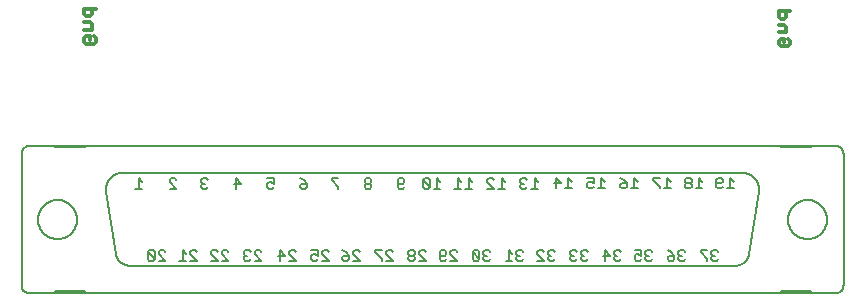
<source format=gbo>
G75*
%MOIN*%
%OFA0B0*%
%FSLAX25Y25*%
%IPPOS*%
%LPD*%
%AMOC8*
5,1,8,0,0,1.08239X$1,22.5*
%
%ADD10C,0.01200*%
%ADD11C,0.00600*%
%ADD12C,0.00500*%
D10*
X0050135Y0152458D02*
X0049502Y0153092D01*
X0049502Y0154360D01*
X0050135Y0154993D01*
X0051403Y0154993D01*
X0051403Y0153726D01*
X0052671Y0154993D02*
X0053305Y0154360D01*
X0053305Y0153092D01*
X0052671Y0152458D01*
X0050135Y0152458D01*
X0049502Y0157062D02*
X0052037Y0157062D01*
X0052037Y0158963D01*
X0051403Y0159597D01*
X0049502Y0159597D01*
X0050135Y0161666D02*
X0051403Y0161666D01*
X0052037Y0162300D01*
X0052037Y0164201D01*
X0053305Y0164201D02*
X0049502Y0164201D01*
X0049502Y0162300D01*
X0050135Y0161666D01*
X0280998Y0161512D02*
X0281632Y0160878D01*
X0282899Y0160878D01*
X0283533Y0161512D01*
X0283533Y0163414D01*
X0284801Y0163414D02*
X0280998Y0163414D01*
X0280998Y0161512D01*
X0280998Y0158810D02*
X0282899Y0158810D01*
X0283533Y0158176D01*
X0283533Y0156274D01*
X0280998Y0156274D01*
X0281632Y0154206D02*
X0282899Y0154206D01*
X0282899Y0152938D01*
X0281632Y0151670D02*
X0280998Y0152304D01*
X0280998Y0153572D01*
X0281632Y0154206D01*
X0284167Y0154206D02*
X0284801Y0153572D01*
X0284801Y0152304D01*
X0284167Y0151670D01*
X0281632Y0151670D01*
D11*
X0039588Y0069449D02*
X0031088Y0069449D01*
X0030990Y0069451D01*
X0030892Y0069457D01*
X0030794Y0069466D01*
X0030697Y0069480D01*
X0030600Y0069497D01*
X0030504Y0069518D01*
X0030409Y0069543D01*
X0030315Y0069571D01*
X0030223Y0069604D01*
X0030131Y0069639D01*
X0030041Y0069679D01*
X0029953Y0069721D01*
X0029866Y0069768D01*
X0029782Y0069817D01*
X0029699Y0069870D01*
X0029619Y0069926D01*
X0029540Y0069986D01*
X0029464Y0070048D01*
X0029391Y0070113D01*
X0029320Y0070181D01*
X0029252Y0070252D01*
X0029187Y0070325D01*
X0029125Y0070401D01*
X0029065Y0070480D01*
X0029009Y0070560D01*
X0028956Y0070643D01*
X0028907Y0070727D01*
X0028860Y0070814D01*
X0028818Y0070902D01*
X0028778Y0070992D01*
X0028743Y0071084D01*
X0028710Y0071176D01*
X0028682Y0071270D01*
X0028657Y0071365D01*
X0028636Y0071461D01*
X0028619Y0071558D01*
X0028605Y0071655D01*
X0028596Y0071753D01*
X0028590Y0071851D01*
X0028588Y0071949D01*
X0028588Y0115949D01*
X0028590Y0116047D01*
X0028596Y0116145D01*
X0028605Y0116243D01*
X0028619Y0116340D01*
X0028636Y0116437D01*
X0028657Y0116533D01*
X0028682Y0116628D01*
X0028710Y0116722D01*
X0028743Y0116814D01*
X0028778Y0116906D01*
X0028818Y0116996D01*
X0028860Y0117084D01*
X0028907Y0117171D01*
X0028956Y0117255D01*
X0029009Y0117338D01*
X0029065Y0117418D01*
X0029125Y0117497D01*
X0029187Y0117573D01*
X0029252Y0117646D01*
X0029320Y0117717D01*
X0029391Y0117785D01*
X0029464Y0117850D01*
X0029540Y0117912D01*
X0029619Y0117972D01*
X0029699Y0118028D01*
X0029782Y0118081D01*
X0029866Y0118130D01*
X0029953Y0118177D01*
X0030041Y0118219D01*
X0030131Y0118259D01*
X0030223Y0118294D01*
X0030315Y0118327D01*
X0030409Y0118355D01*
X0030504Y0118380D01*
X0030600Y0118401D01*
X0030697Y0118418D01*
X0030794Y0118432D01*
X0030892Y0118441D01*
X0030990Y0118447D01*
X0031088Y0118449D01*
X0039588Y0118449D01*
X0049588Y0118449D01*
X0281588Y0118449D01*
X0291588Y0118449D01*
X0300088Y0118449D01*
X0300186Y0118447D01*
X0300284Y0118441D01*
X0300382Y0118432D01*
X0300479Y0118418D01*
X0300576Y0118401D01*
X0300672Y0118380D01*
X0300767Y0118355D01*
X0300861Y0118327D01*
X0300953Y0118294D01*
X0301045Y0118259D01*
X0301135Y0118219D01*
X0301223Y0118177D01*
X0301310Y0118130D01*
X0301394Y0118081D01*
X0301477Y0118028D01*
X0301557Y0117972D01*
X0301636Y0117912D01*
X0301712Y0117850D01*
X0301785Y0117785D01*
X0301856Y0117717D01*
X0301924Y0117646D01*
X0301989Y0117573D01*
X0302051Y0117497D01*
X0302111Y0117418D01*
X0302167Y0117338D01*
X0302220Y0117255D01*
X0302269Y0117171D01*
X0302316Y0117084D01*
X0302358Y0116996D01*
X0302398Y0116906D01*
X0302433Y0116814D01*
X0302466Y0116722D01*
X0302494Y0116628D01*
X0302519Y0116533D01*
X0302540Y0116437D01*
X0302557Y0116340D01*
X0302571Y0116243D01*
X0302580Y0116145D01*
X0302586Y0116047D01*
X0302588Y0115949D01*
X0302588Y0071949D01*
X0302586Y0071851D01*
X0302580Y0071753D01*
X0302571Y0071655D01*
X0302557Y0071558D01*
X0302540Y0071461D01*
X0302519Y0071365D01*
X0302494Y0071270D01*
X0302466Y0071176D01*
X0302433Y0071084D01*
X0302398Y0070992D01*
X0302358Y0070902D01*
X0302316Y0070814D01*
X0302269Y0070727D01*
X0302220Y0070643D01*
X0302167Y0070560D01*
X0302111Y0070480D01*
X0302051Y0070401D01*
X0301989Y0070325D01*
X0301924Y0070252D01*
X0301856Y0070181D01*
X0301785Y0070113D01*
X0301712Y0070048D01*
X0301636Y0069986D01*
X0301557Y0069926D01*
X0301477Y0069870D01*
X0301394Y0069817D01*
X0301310Y0069768D01*
X0301223Y0069721D01*
X0301135Y0069679D01*
X0301045Y0069639D01*
X0300953Y0069604D01*
X0300861Y0069571D01*
X0300767Y0069543D01*
X0300672Y0069518D01*
X0300576Y0069497D01*
X0300479Y0069480D01*
X0300382Y0069466D01*
X0300284Y0069457D01*
X0300186Y0069451D01*
X0300088Y0069449D01*
X0291588Y0069449D01*
X0281588Y0069449D01*
X0049588Y0069449D01*
X0039588Y0069449D01*
X0039588Y0069949D01*
X0049588Y0069949D01*
X0049588Y0069449D01*
X0065088Y0078449D02*
X0266088Y0078449D01*
X0266233Y0078451D01*
X0266379Y0078457D01*
X0266524Y0078467D01*
X0266668Y0078481D01*
X0266813Y0078499D01*
X0266956Y0078521D01*
X0267099Y0078546D01*
X0267242Y0078576D01*
X0267383Y0078610D01*
X0267523Y0078647D01*
X0267663Y0078688D01*
X0267801Y0078733D01*
X0267938Y0078782D01*
X0268073Y0078835D01*
X0268207Y0078891D01*
X0268340Y0078951D01*
X0268471Y0079015D01*
X0268599Y0079082D01*
X0268727Y0079152D01*
X0268852Y0079227D01*
X0268975Y0079304D01*
X0269095Y0079385D01*
X0269214Y0079469D01*
X0269330Y0079556D01*
X0269444Y0079647D01*
X0269555Y0079740D01*
X0269664Y0079837D01*
X0269770Y0079936D01*
X0269873Y0080039D01*
X0269973Y0080144D01*
X0270071Y0080252D01*
X0270165Y0080362D01*
X0270256Y0080476D01*
X0270344Y0080591D01*
X0270429Y0080709D01*
X0270511Y0080829D01*
X0270590Y0080952D01*
X0270665Y0081076D01*
X0270736Y0081203D01*
X0270804Y0081331D01*
X0270869Y0081461D01*
X0270930Y0081593D01*
X0270987Y0081727D01*
X0271041Y0081862D01*
X0271091Y0081998D01*
X0271137Y0082136D01*
X0271179Y0082275D01*
X0271218Y0082416D01*
X0271188Y0082349D02*
X0274288Y0103149D01*
X0274285Y0103110D02*
X0274311Y0103252D01*
X0274334Y0103394D01*
X0274353Y0103537D01*
X0274367Y0103680D01*
X0274378Y0103824D01*
X0274385Y0103968D01*
X0274388Y0104112D01*
X0274387Y0104256D01*
X0274382Y0104400D01*
X0274373Y0104544D01*
X0274361Y0104688D01*
X0274344Y0104831D01*
X0274323Y0104974D01*
X0274299Y0105116D01*
X0274271Y0105257D01*
X0274239Y0105398D01*
X0274203Y0105538D01*
X0274163Y0105676D01*
X0274120Y0105814D01*
X0274073Y0105950D01*
X0274022Y0106085D01*
X0273967Y0106218D01*
X0273909Y0106350D01*
X0273848Y0106481D01*
X0273782Y0106609D01*
X0273714Y0106736D01*
X0273642Y0106861D01*
X0273566Y0106984D01*
X0273488Y0107104D01*
X0273406Y0107223D01*
X0273320Y0107339D01*
X0273232Y0107453D01*
X0273141Y0107565D01*
X0273046Y0107674D01*
X0272949Y0107780D01*
X0272849Y0107884D01*
X0272746Y0107985D01*
X0272640Y0108083D01*
X0272532Y0108178D01*
X0272421Y0108270D01*
X0272308Y0108359D01*
X0272192Y0108445D01*
X0272074Y0108528D01*
X0271954Y0108607D01*
X0271831Y0108684D01*
X0271707Y0108757D01*
X0271581Y0108826D01*
X0271453Y0108892D01*
X0271323Y0108955D01*
X0271191Y0109014D01*
X0271058Y0109069D01*
X0270923Y0109121D01*
X0270788Y0109169D01*
X0270650Y0109213D01*
X0270512Y0109254D01*
X0270373Y0109291D01*
X0270232Y0109324D01*
X0270091Y0109353D01*
X0269949Y0109379D01*
X0269807Y0109400D01*
X0269664Y0109418D01*
X0269520Y0109431D01*
X0269376Y0109441D01*
X0269232Y0109447D01*
X0269088Y0109449D01*
X0062088Y0109449D01*
X0061945Y0109447D01*
X0061801Y0109441D01*
X0061658Y0109432D01*
X0061516Y0109418D01*
X0061373Y0109401D01*
X0061231Y0109379D01*
X0061090Y0109354D01*
X0060950Y0109325D01*
X0060810Y0109293D01*
X0060671Y0109256D01*
X0060534Y0109216D01*
X0060397Y0109172D01*
X0060262Y0109125D01*
X0060128Y0109073D01*
X0059995Y0109019D01*
X0059865Y0108960D01*
X0059735Y0108898D01*
X0059608Y0108833D01*
X0059482Y0108764D01*
X0059358Y0108692D01*
X0059236Y0108616D01*
X0059116Y0108538D01*
X0058998Y0108456D01*
X0058883Y0108370D01*
X0058770Y0108282D01*
X0058659Y0108191D01*
X0058551Y0108097D01*
X0058446Y0108000D01*
X0058343Y0107900D01*
X0058243Y0107797D01*
X0058146Y0107692D01*
X0058051Y0107584D01*
X0057960Y0107473D01*
X0057871Y0107360D01*
X0057786Y0107245D01*
X0057704Y0107128D01*
X0057625Y0107008D01*
X0057549Y0106886D01*
X0057477Y0106762D01*
X0057408Y0106637D01*
X0057342Y0106509D01*
X0057280Y0106380D01*
X0057221Y0106249D01*
X0057166Y0106117D01*
X0057115Y0105983D01*
X0057067Y0105848D01*
X0057023Y0105711D01*
X0056982Y0105574D01*
X0056946Y0105435D01*
X0056913Y0105295D01*
X0056884Y0105155D01*
X0056858Y0105014D01*
X0056837Y0104872D01*
X0056819Y0104730D01*
X0056805Y0104587D01*
X0056795Y0104444D01*
X0056789Y0104301D01*
X0056787Y0104157D01*
X0056789Y0104014D01*
X0056794Y0103871D01*
X0056804Y0103728D01*
X0056817Y0103585D01*
X0056834Y0103442D01*
X0056855Y0103301D01*
X0056880Y0103159D01*
X0056909Y0103019D01*
X0056888Y0103049D02*
X0059988Y0082449D01*
X0059935Y0082512D02*
X0059971Y0082372D01*
X0060010Y0082233D01*
X0060054Y0082095D01*
X0060100Y0081959D01*
X0060151Y0081824D01*
X0060205Y0081690D01*
X0060263Y0081558D01*
X0060325Y0081427D01*
X0060390Y0081298D01*
X0060458Y0081171D01*
X0060530Y0081046D01*
X0060606Y0080922D01*
X0060684Y0080801D01*
X0060766Y0080682D01*
X0060851Y0080566D01*
X0060940Y0080452D01*
X0061031Y0080340D01*
X0061125Y0080231D01*
X0061223Y0080124D01*
X0061323Y0080020D01*
X0061426Y0079919D01*
X0061532Y0079820D01*
X0061640Y0079725D01*
X0061751Y0079632D01*
X0061864Y0079543D01*
X0061980Y0079457D01*
X0062098Y0079374D01*
X0062218Y0079294D01*
X0062341Y0079217D01*
X0062465Y0079144D01*
X0062592Y0079074D01*
X0062720Y0079008D01*
X0062850Y0078945D01*
X0062982Y0078886D01*
X0063115Y0078830D01*
X0063250Y0078778D01*
X0063386Y0078730D01*
X0063523Y0078686D01*
X0063662Y0078645D01*
X0063801Y0078608D01*
X0063942Y0078575D01*
X0064083Y0078545D01*
X0064225Y0078520D01*
X0064368Y0078498D01*
X0064511Y0078481D01*
X0064655Y0078467D01*
X0064799Y0078457D01*
X0064943Y0078451D01*
X0065088Y0078449D01*
X0034088Y0093949D02*
X0034090Y0094110D01*
X0034096Y0094270D01*
X0034106Y0094431D01*
X0034120Y0094591D01*
X0034138Y0094751D01*
X0034159Y0094910D01*
X0034185Y0095069D01*
X0034215Y0095227D01*
X0034248Y0095384D01*
X0034286Y0095541D01*
X0034327Y0095696D01*
X0034372Y0095850D01*
X0034421Y0096003D01*
X0034474Y0096155D01*
X0034530Y0096306D01*
X0034591Y0096455D01*
X0034654Y0096603D01*
X0034722Y0096749D01*
X0034793Y0096893D01*
X0034867Y0097035D01*
X0034945Y0097176D01*
X0035027Y0097314D01*
X0035112Y0097451D01*
X0035200Y0097585D01*
X0035292Y0097717D01*
X0035387Y0097847D01*
X0035485Y0097975D01*
X0035586Y0098100D01*
X0035690Y0098222D01*
X0035797Y0098342D01*
X0035907Y0098459D01*
X0036020Y0098574D01*
X0036136Y0098685D01*
X0036255Y0098794D01*
X0036376Y0098899D01*
X0036500Y0099002D01*
X0036626Y0099102D01*
X0036754Y0099198D01*
X0036885Y0099291D01*
X0037019Y0099381D01*
X0037154Y0099468D01*
X0037292Y0099551D01*
X0037431Y0099631D01*
X0037573Y0099707D01*
X0037716Y0099780D01*
X0037861Y0099849D01*
X0038008Y0099915D01*
X0038156Y0099977D01*
X0038306Y0100035D01*
X0038457Y0100090D01*
X0038610Y0100141D01*
X0038764Y0100188D01*
X0038919Y0100231D01*
X0039075Y0100270D01*
X0039231Y0100306D01*
X0039389Y0100337D01*
X0039547Y0100365D01*
X0039706Y0100389D01*
X0039866Y0100409D01*
X0040026Y0100425D01*
X0040186Y0100437D01*
X0040347Y0100445D01*
X0040508Y0100449D01*
X0040668Y0100449D01*
X0040829Y0100445D01*
X0040990Y0100437D01*
X0041150Y0100425D01*
X0041310Y0100409D01*
X0041470Y0100389D01*
X0041629Y0100365D01*
X0041787Y0100337D01*
X0041945Y0100306D01*
X0042101Y0100270D01*
X0042257Y0100231D01*
X0042412Y0100188D01*
X0042566Y0100141D01*
X0042719Y0100090D01*
X0042870Y0100035D01*
X0043020Y0099977D01*
X0043168Y0099915D01*
X0043315Y0099849D01*
X0043460Y0099780D01*
X0043603Y0099707D01*
X0043745Y0099631D01*
X0043884Y0099551D01*
X0044022Y0099468D01*
X0044157Y0099381D01*
X0044291Y0099291D01*
X0044422Y0099198D01*
X0044550Y0099102D01*
X0044676Y0099002D01*
X0044800Y0098899D01*
X0044921Y0098794D01*
X0045040Y0098685D01*
X0045156Y0098574D01*
X0045269Y0098459D01*
X0045379Y0098342D01*
X0045486Y0098222D01*
X0045590Y0098100D01*
X0045691Y0097975D01*
X0045789Y0097847D01*
X0045884Y0097717D01*
X0045976Y0097585D01*
X0046064Y0097451D01*
X0046149Y0097314D01*
X0046231Y0097176D01*
X0046309Y0097035D01*
X0046383Y0096893D01*
X0046454Y0096749D01*
X0046522Y0096603D01*
X0046585Y0096455D01*
X0046646Y0096306D01*
X0046702Y0096155D01*
X0046755Y0096003D01*
X0046804Y0095850D01*
X0046849Y0095696D01*
X0046890Y0095541D01*
X0046928Y0095384D01*
X0046961Y0095227D01*
X0046991Y0095069D01*
X0047017Y0094910D01*
X0047038Y0094751D01*
X0047056Y0094591D01*
X0047070Y0094431D01*
X0047080Y0094270D01*
X0047086Y0094110D01*
X0047088Y0093949D01*
X0047086Y0093788D01*
X0047080Y0093628D01*
X0047070Y0093467D01*
X0047056Y0093307D01*
X0047038Y0093147D01*
X0047017Y0092988D01*
X0046991Y0092829D01*
X0046961Y0092671D01*
X0046928Y0092514D01*
X0046890Y0092357D01*
X0046849Y0092202D01*
X0046804Y0092048D01*
X0046755Y0091895D01*
X0046702Y0091743D01*
X0046646Y0091592D01*
X0046585Y0091443D01*
X0046522Y0091295D01*
X0046454Y0091149D01*
X0046383Y0091005D01*
X0046309Y0090863D01*
X0046231Y0090722D01*
X0046149Y0090584D01*
X0046064Y0090447D01*
X0045976Y0090313D01*
X0045884Y0090181D01*
X0045789Y0090051D01*
X0045691Y0089923D01*
X0045590Y0089798D01*
X0045486Y0089676D01*
X0045379Y0089556D01*
X0045269Y0089439D01*
X0045156Y0089324D01*
X0045040Y0089213D01*
X0044921Y0089104D01*
X0044800Y0088999D01*
X0044676Y0088896D01*
X0044550Y0088796D01*
X0044422Y0088700D01*
X0044291Y0088607D01*
X0044157Y0088517D01*
X0044022Y0088430D01*
X0043884Y0088347D01*
X0043745Y0088267D01*
X0043603Y0088191D01*
X0043460Y0088118D01*
X0043315Y0088049D01*
X0043168Y0087983D01*
X0043020Y0087921D01*
X0042870Y0087863D01*
X0042719Y0087808D01*
X0042566Y0087757D01*
X0042412Y0087710D01*
X0042257Y0087667D01*
X0042101Y0087628D01*
X0041945Y0087592D01*
X0041787Y0087561D01*
X0041629Y0087533D01*
X0041470Y0087509D01*
X0041310Y0087489D01*
X0041150Y0087473D01*
X0040990Y0087461D01*
X0040829Y0087453D01*
X0040668Y0087449D01*
X0040508Y0087449D01*
X0040347Y0087453D01*
X0040186Y0087461D01*
X0040026Y0087473D01*
X0039866Y0087489D01*
X0039706Y0087509D01*
X0039547Y0087533D01*
X0039389Y0087561D01*
X0039231Y0087592D01*
X0039075Y0087628D01*
X0038919Y0087667D01*
X0038764Y0087710D01*
X0038610Y0087757D01*
X0038457Y0087808D01*
X0038306Y0087863D01*
X0038156Y0087921D01*
X0038008Y0087983D01*
X0037861Y0088049D01*
X0037716Y0088118D01*
X0037573Y0088191D01*
X0037431Y0088267D01*
X0037292Y0088347D01*
X0037154Y0088430D01*
X0037019Y0088517D01*
X0036885Y0088607D01*
X0036754Y0088700D01*
X0036626Y0088796D01*
X0036500Y0088896D01*
X0036376Y0088999D01*
X0036255Y0089104D01*
X0036136Y0089213D01*
X0036020Y0089324D01*
X0035907Y0089439D01*
X0035797Y0089556D01*
X0035690Y0089676D01*
X0035586Y0089798D01*
X0035485Y0089923D01*
X0035387Y0090051D01*
X0035292Y0090181D01*
X0035200Y0090313D01*
X0035112Y0090447D01*
X0035027Y0090584D01*
X0034945Y0090722D01*
X0034867Y0090863D01*
X0034793Y0091005D01*
X0034722Y0091149D01*
X0034654Y0091295D01*
X0034591Y0091443D01*
X0034530Y0091592D01*
X0034474Y0091743D01*
X0034421Y0091895D01*
X0034372Y0092048D01*
X0034327Y0092202D01*
X0034286Y0092357D01*
X0034248Y0092514D01*
X0034215Y0092671D01*
X0034185Y0092829D01*
X0034159Y0092988D01*
X0034138Y0093147D01*
X0034120Y0093307D01*
X0034106Y0093467D01*
X0034096Y0093628D01*
X0034090Y0093788D01*
X0034088Y0093949D01*
X0039588Y0117949D02*
X0039588Y0118449D01*
X0039588Y0117949D02*
X0049588Y0117949D01*
X0049588Y0118449D01*
X0281588Y0117949D02*
X0281588Y0118449D01*
X0281588Y0117949D02*
X0291588Y0117949D01*
X0291588Y0118449D01*
X0284088Y0093949D02*
X0284090Y0094110D01*
X0284096Y0094270D01*
X0284106Y0094431D01*
X0284120Y0094591D01*
X0284138Y0094751D01*
X0284159Y0094910D01*
X0284185Y0095069D01*
X0284215Y0095227D01*
X0284248Y0095384D01*
X0284286Y0095541D01*
X0284327Y0095696D01*
X0284372Y0095850D01*
X0284421Y0096003D01*
X0284474Y0096155D01*
X0284530Y0096306D01*
X0284591Y0096455D01*
X0284654Y0096603D01*
X0284722Y0096749D01*
X0284793Y0096893D01*
X0284867Y0097035D01*
X0284945Y0097176D01*
X0285027Y0097314D01*
X0285112Y0097451D01*
X0285200Y0097585D01*
X0285292Y0097717D01*
X0285387Y0097847D01*
X0285485Y0097975D01*
X0285586Y0098100D01*
X0285690Y0098222D01*
X0285797Y0098342D01*
X0285907Y0098459D01*
X0286020Y0098574D01*
X0286136Y0098685D01*
X0286255Y0098794D01*
X0286376Y0098899D01*
X0286500Y0099002D01*
X0286626Y0099102D01*
X0286754Y0099198D01*
X0286885Y0099291D01*
X0287019Y0099381D01*
X0287154Y0099468D01*
X0287292Y0099551D01*
X0287431Y0099631D01*
X0287573Y0099707D01*
X0287716Y0099780D01*
X0287861Y0099849D01*
X0288008Y0099915D01*
X0288156Y0099977D01*
X0288306Y0100035D01*
X0288457Y0100090D01*
X0288610Y0100141D01*
X0288764Y0100188D01*
X0288919Y0100231D01*
X0289075Y0100270D01*
X0289231Y0100306D01*
X0289389Y0100337D01*
X0289547Y0100365D01*
X0289706Y0100389D01*
X0289866Y0100409D01*
X0290026Y0100425D01*
X0290186Y0100437D01*
X0290347Y0100445D01*
X0290508Y0100449D01*
X0290668Y0100449D01*
X0290829Y0100445D01*
X0290990Y0100437D01*
X0291150Y0100425D01*
X0291310Y0100409D01*
X0291470Y0100389D01*
X0291629Y0100365D01*
X0291787Y0100337D01*
X0291945Y0100306D01*
X0292101Y0100270D01*
X0292257Y0100231D01*
X0292412Y0100188D01*
X0292566Y0100141D01*
X0292719Y0100090D01*
X0292870Y0100035D01*
X0293020Y0099977D01*
X0293168Y0099915D01*
X0293315Y0099849D01*
X0293460Y0099780D01*
X0293603Y0099707D01*
X0293745Y0099631D01*
X0293884Y0099551D01*
X0294022Y0099468D01*
X0294157Y0099381D01*
X0294291Y0099291D01*
X0294422Y0099198D01*
X0294550Y0099102D01*
X0294676Y0099002D01*
X0294800Y0098899D01*
X0294921Y0098794D01*
X0295040Y0098685D01*
X0295156Y0098574D01*
X0295269Y0098459D01*
X0295379Y0098342D01*
X0295486Y0098222D01*
X0295590Y0098100D01*
X0295691Y0097975D01*
X0295789Y0097847D01*
X0295884Y0097717D01*
X0295976Y0097585D01*
X0296064Y0097451D01*
X0296149Y0097314D01*
X0296231Y0097176D01*
X0296309Y0097035D01*
X0296383Y0096893D01*
X0296454Y0096749D01*
X0296522Y0096603D01*
X0296585Y0096455D01*
X0296646Y0096306D01*
X0296702Y0096155D01*
X0296755Y0096003D01*
X0296804Y0095850D01*
X0296849Y0095696D01*
X0296890Y0095541D01*
X0296928Y0095384D01*
X0296961Y0095227D01*
X0296991Y0095069D01*
X0297017Y0094910D01*
X0297038Y0094751D01*
X0297056Y0094591D01*
X0297070Y0094431D01*
X0297080Y0094270D01*
X0297086Y0094110D01*
X0297088Y0093949D01*
X0297086Y0093788D01*
X0297080Y0093628D01*
X0297070Y0093467D01*
X0297056Y0093307D01*
X0297038Y0093147D01*
X0297017Y0092988D01*
X0296991Y0092829D01*
X0296961Y0092671D01*
X0296928Y0092514D01*
X0296890Y0092357D01*
X0296849Y0092202D01*
X0296804Y0092048D01*
X0296755Y0091895D01*
X0296702Y0091743D01*
X0296646Y0091592D01*
X0296585Y0091443D01*
X0296522Y0091295D01*
X0296454Y0091149D01*
X0296383Y0091005D01*
X0296309Y0090863D01*
X0296231Y0090722D01*
X0296149Y0090584D01*
X0296064Y0090447D01*
X0295976Y0090313D01*
X0295884Y0090181D01*
X0295789Y0090051D01*
X0295691Y0089923D01*
X0295590Y0089798D01*
X0295486Y0089676D01*
X0295379Y0089556D01*
X0295269Y0089439D01*
X0295156Y0089324D01*
X0295040Y0089213D01*
X0294921Y0089104D01*
X0294800Y0088999D01*
X0294676Y0088896D01*
X0294550Y0088796D01*
X0294422Y0088700D01*
X0294291Y0088607D01*
X0294157Y0088517D01*
X0294022Y0088430D01*
X0293884Y0088347D01*
X0293745Y0088267D01*
X0293603Y0088191D01*
X0293460Y0088118D01*
X0293315Y0088049D01*
X0293168Y0087983D01*
X0293020Y0087921D01*
X0292870Y0087863D01*
X0292719Y0087808D01*
X0292566Y0087757D01*
X0292412Y0087710D01*
X0292257Y0087667D01*
X0292101Y0087628D01*
X0291945Y0087592D01*
X0291787Y0087561D01*
X0291629Y0087533D01*
X0291470Y0087509D01*
X0291310Y0087489D01*
X0291150Y0087473D01*
X0290990Y0087461D01*
X0290829Y0087453D01*
X0290668Y0087449D01*
X0290508Y0087449D01*
X0290347Y0087453D01*
X0290186Y0087461D01*
X0290026Y0087473D01*
X0289866Y0087489D01*
X0289706Y0087509D01*
X0289547Y0087533D01*
X0289389Y0087561D01*
X0289231Y0087592D01*
X0289075Y0087628D01*
X0288919Y0087667D01*
X0288764Y0087710D01*
X0288610Y0087757D01*
X0288457Y0087808D01*
X0288306Y0087863D01*
X0288156Y0087921D01*
X0288008Y0087983D01*
X0287861Y0088049D01*
X0287716Y0088118D01*
X0287573Y0088191D01*
X0287431Y0088267D01*
X0287292Y0088347D01*
X0287154Y0088430D01*
X0287019Y0088517D01*
X0286885Y0088607D01*
X0286754Y0088700D01*
X0286626Y0088796D01*
X0286500Y0088896D01*
X0286376Y0088999D01*
X0286255Y0089104D01*
X0286136Y0089213D01*
X0286020Y0089324D01*
X0285907Y0089439D01*
X0285797Y0089556D01*
X0285690Y0089676D01*
X0285586Y0089798D01*
X0285485Y0089923D01*
X0285387Y0090051D01*
X0285292Y0090181D01*
X0285200Y0090313D01*
X0285112Y0090447D01*
X0285027Y0090584D01*
X0284945Y0090722D01*
X0284867Y0090863D01*
X0284793Y0091005D01*
X0284722Y0091149D01*
X0284654Y0091295D01*
X0284591Y0091443D01*
X0284530Y0091592D01*
X0284474Y0091743D01*
X0284421Y0091895D01*
X0284372Y0092048D01*
X0284327Y0092202D01*
X0284286Y0092357D01*
X0284248Y0092514D01*
X0284215Y0092671D01*
X0284185Y0092829D01*
X0284159Y0092988D01*
X0284138Y0093147D01*
X0284120Y0093307D01*
X0284106Y0093467D01*
X0284096Y0093628D01*
X0284090Y0093788D01*
X0284088Y0093949D01*
X0281588Y0069949D02*
X0281588Y0069449D01*
X0281588Y0069949D02*
X0291588Y0069949D01*
X0291588Y0069449D01*
D12*
X0260838Y0080766D02*
X0260271Y0080199D01*
X0259137Y0080199D01*
X0258570Y0080766D01*
X0258570Y0081333D01*
X0259137Y0081900D01*
X0259704Y0081900D01*
X0259137Y0081900D02*
X0258570Y0082467D01*
X0258570Y0083035D01*
X0259137Y0083602D01*
X0260271Y0083602D01*
X0260838Y0083035D01*
X0257247Y0083602D02*
X0254979Y0083602D01*
X0254979Y0083035D01*
X0257247Y0080766D01*
X0257247Y0080199D01*
X0249838Y0080766D02*
X0249271Y0080199D01*
X0248137Y0080199D01*
X0247570Y0080766D01*
X0247570Y0081333D01*
X0248137Y0081900D01*
X0248704Y0081900D01*
X0248137Y0081900D02*
X0247570Y0082467D01*
X0247570Y0083035D01*
X0248137Y0083602D01*
X0249271Y0083602D01*
X0249838Y0083035D01*
X0246247Y0081900D02*
X0246247Y0080766D01*
X0245680Y0080199D01*
X0244546Y0080199D01*
X0243979Y0080766D01*
X0243979Y0081333D01*
X0244546Y0081900D01*
X0246247Y0081900D01*
X0245113Y0083035D01*
X0243979Y0083602D01*
X0238838Y0083035D02*
X0238271Y0083602D01*
X0237137Y0083602D01*
X0236570Y0083035D01*
X0236570Y0082467D01*
X0237137Y0081900D01*
X0236570Y0081333D01*
X0236570Y0080766D01*
X0237137Y0080199D01*
X0238271Y0080199D01*
X0238838Y0080766D01*
X0237704Y0081900D02*
X0237137Y0081900D01*
X0235247Y0081900D02*
X0234113Y0082467D01*
X0233546Y0082467D01*
X0232979Y0081900D01*
X0232979Y0080766D01*
X0233546Y0080199D01*
X0234680Y0080199D01*
X0235247Y0080766D01*
X0235247Y0081900D02*
X0235247Y0083602D01*
X0232979Y0083602D01*
X0228338Y0083035D02*
X0227771Y0083602D01*
X0226637Y0083602D01*
X0226070Y0083035D01*
X0226070Y0082467D01*
X0226637Y0081900D01*
X0226070Y0081333D01*
X0226070Y0080766D01*
X0226637Y0080199D01*
X0227771Y0080199D01*
X0228338Y0080766D01*
X0227204Y0081900D02*
X0226637Y0081900D01*
X0224747Y0081900D02*
X0222479Y0081900D01*
X0223046Y0080199D02*
X0223046Y0083602D01*
X0224747Y0081900D01*
X0217338Y0080766D02*
X0216771Y0080199D01*
X0215637Y0080199D01*
X0215070Y0080766D01*
X0215070Y0081333D01*
X0215637Y0081900D01*
X0216204Y0081900D01*
X0215637Y0081900D02*
X0215070Y0082467D01*
X0215070Y0083035D01*
X0215637Y0083602D01*
X0216771Y0083602D01*
X0217338Y0083035D01*
X0213747Y0083035D02*
X0213180Y0083602D01*
X0212046Y0083602D01*
X0211479Y0083035D01*
X0211479Y0082467D01*
X0212046Y0081900D01*
X0211479Y0081333D01*
X0211479Y0080766D01*
X0212046Y0080199D01*
X0213180Y0080199D01*
X0213747Y0080766D01*
X0212613Y0081900D02*
X0212046Y0081900D01*
X0206338Y0080766D02*
X0205771Y0080199D01*
X0204637Y0080199D01*
X0204070Y0080766D01*
X0204070Y0081333D01*
X0204637Y0081900D01*
X0205204Y0081900D01*
X0204637Y0081900D02*
X0204070Y0082467D01*
X0204070Y0083035D01*
X0204637Y0083602D01*
X0205771Y0083602D01*
X0206338Y0083035D01*
X0202747Y0083035D02*
X0202180Y0083602D01*
X0201046Y0083602D01*
X0200479Y0083035D01*
X0200479Y0082467D01*
X0202747Y0080199D01*
X0200479Y0080199D01*
X0195838Y0080766D02*
X0195271Y0080199D01*
X0194137Y0080199D01*
X0193570Y0080766D01*
X0193570Y0081333D01*
X0194137Y0081900D01*
X0194704Y0081900D01*
X0194137Y0081900D02*
X0193570Y0082467D01*
X0193570Y0083035D01*
X0194137Y0083602D01*
X0195271Y0083602D01*
X0195838Y0083035D01*
X0192247Y0082467D02*
X0191113Y0083602D01*
X0191113Y0080199D01*
X0192247Y0080199D02*
X0189979Y0080199D01*
X0184838Y0080766D02*
X0184271Y0080199D01*
X0183137Y0080199D01*
X0182570Y0080766D01*
X0182570Y0081333D01*
X0183137Y0081900D01*
X0183704Y0081900D01*
X0183137Y0081900D02*
X0182570Y0082467D01*
X0182570Y0083035D01*
X0183137Y0083602D01*
X0184271Y0083602D01*
X0184838Y0083035D01*
X0181247Y0083035D02*
X0181247Y0080766D01*
X0178979Y0083035D01*
X0178979Y0080766D01*
X0179546Y0080199D01*
X0180680Y0080199D01*
X0181247Y0080766D01*
X0181247Y0083035D02*
X0180680Y0083602D01*
X0179546Y0083602D01*
X0178979Y0083035D01*
X0173838Y0083035D02*
X0173271Y0083602D01*
X0172137Y0083602D01*
X0171570Y0083035D01*
X0171570Y0082467D01*
X0173838Y0080199D01*
X0171570Y0080199D01*
X0170247Y0080766D02*
X0169680Y0080199D01*
X0168546Y0080199D01*
X0167979Y0080766D01*
X0167979Y0083035D01*
X0168546Y0083602D01*
X0169680Y0083602D01*
X0170247Y0083035D01*
X0170247Y0082467D01*
X0169680Y0081900D01*
X0167979Y0081900D01*
X0163338Y0083035D02*
X0162771Y0083602D01*
X0161637Y0083602D01*
X0161070Y0083035D01*
X0161070Y0082467D01*
X0163338Y0080199D01*
X0161070Y0080199D01*
X0159747Y0080766D02*
X0159747Y0081333D01*
X0159180Y0081900D01*
X0158046Y0081900D01*
X0157479Y0081333D01*
X0157479Y0080766D01*
X0158046Y0080199D01*
X0159180Y0080199D01*
X0159747Y0080766D01*
X0159180Y0081900D02*
X0159747Y0082467D01*
X0159747Y0083035D01*
X0159180Y0083602D01*
X0158046Y0083602D01*
X0157479Y0083035D01*
X0157479Y0082467D01*
X0158046Y0081900D01*
X0152338Y0083035D02*
X0151771Y0083602D01*
X0150637Y0083602D01*
X0150070Y0083035D01*
X0150070Y0082467D01*
X0152338Y0080199D01*
X0150070Y0080199D01*
X0148747Y0080199D02*
X0148747Y0080766D01*
X0146479Y0083035D01*
X0146479Y0083602D01*
X0148747Y0083602D01*
X0141338Y0083035D02*
X0140771Y0083602D01*
X0139637Y0083602D01*
X0139070Y0083035D01*
X0139070Y0082467D01*
X0141338Y0080199D01*
X0139070Y0080199D01*
X0137747Y0080766D02*
X0137747Y0081900D01*
X0136046Y0081900D01*
X0135479Y0081333D01*
X0135479Y0080766D01*
X0136046Y0080199D01*
X0137180Y0080199D01*
X0137747Y0080766D01*
X0137747Y0081900D02*
X0136613Y0083035D01*
X0135479Y0083602D01*
X0131038Y0083035D02*
X0130471Y0083602D01*
X0129337Y0083602D01*
X0128770Y0083035D01*
X0128770Y0082467D01*
X0131038Y0080199D01*
X0128770Y0080199D01*
X0127447Y0080766D02*
X0126880Y0080199D01*
X0125746Y0080199D01*
X0125179Y0080766D01*
X0125179Y0081900D01*
X0125746Y0082467D01*
X0126313Y0082467D01*
X0127447Y0081900D01*
X0127447Y0083602D01*
X0125179Y0083602D01*
X0120038Y0083035D02*
X0119471Y0083602D01*
X0118337Y0083602D01*
X0117770Y0083035D01*
X0117770Y0082467D01*
X0120038Y0080199D01*
X0117770Y0080199D01*
X0116447Y0081900D02*
X0114179Y0081900D01*
X0114746Y0080199D02*
X0114746Y0083602D01*
X0116447Y0081900D01*
X0108538Y0083035D02*
X0107971Y0083602D01*
X0106837Y0083602D01*
X0106270Y0083035D01*
X0106270Y0082467D01*
X0108538Y0080199D01*
X0106270Y0080199D01*
X0104947Y0080766D02*
X0104380Y0080199D01*
X0103246Y0080199D01*
X0102679Y0080766D01*
X0102679Y0081333D01*
X0103246Y0081900D01*
X0103813Y0081900D01*
X0103246Y0081900D02*
X0102679Y0082467D01*
X0102679Y0083035D01*
X0103246Y0083602D01*
X0104380Y0083602D01*
X0104947Y0083035D01*
X0097538Y0083035D02*
X0096971Y0083602D01*
X0095837Y0083602D01*
X0095270Y0083035D01*
X0095270Y0082467D01*
X0097538Y0080199D01*
X0095270Y0080199D01*
X0093947Y0080199D02*
X0091679Y0082467D01*
X0091679Y0083035D01*
X0092246Y0083602D01*
X0093380Y0083602D01*
X0093947Y0083035D01*
X0093947Y0080199D02*
X0091679Y0080199D01*
X0087038Y0080199D02*
X0084770Y0082467D01*
X0084770Y0083035D01*
X0085337Y0083602D01*
X0086471Y0083602D01*
X0087038Y0083035D01*
X0087038Y0080199D02*
X0084770Y0080199D01*
X0083447Y0080199D02*
X0081179Y0080199D01*
X0082313Y0080199D02*
X0082313Y0083602D01*
X0083447Y0082467D01*
X0076538Y0083035D02*
X0075971Y0083602D01*
X0074837Y0083602D01*
X0074270Y0083035D01*
X0074270Y0082467D01*
X0076538Y0080199D01*
X0074270Y0080199D01*
X0072947Y0080766D02*
X0070679Y0083035D01*
X0070679Y0080766D01*
X0071246Y0080199D01*
X0072380Y0080199D01*
X0072947Y0080766D01*
X0072947Y0083035D01*
X0072380Y0083602D01*
X0071246Y0083602D01*
X0070679Y0083035D01*
X0068738Y0104199D02*
X0066470Y0104199D01*
X0067604Y0104199D02*
X0067604Y0107602D01*
X0068738Y0106467D01*
X0077970Y0106467D02*
X0077970Y0107035D01*
X0078537Y0107602D01*
X0079671Y0107602D01*
X0080238Y0107035D01*
X0077970Y0106467D02*
X0080238Y0104199D01*
X0077970Y0104199D01*
X0088470Y0104766D02*
X0089037Y0104199D01*
X0090171Y0104199D01*
X0090738Y0104766D01*
X0089604Y0105900D02*
X0089037Y0105900D01*
X0088470Y0105333D01*
X0088470Y0104766D01*
X0089037Y0105900D02*
X0088470Y0106467D01*
X0088470Y0107035D01*
X0089037Y0107602D01*
X0090171Y0107602D01*
X0090738Y0107035D01*
X0099470Y0105900D02*
X0101738Y0105900D01*
X0100037Y0107602D01*
X0100037Y0104199D01*
X0110470Y0104766D02*
X0111037Y0104199D01*
X0112171Y0104199D01*
X0112738Y0104766D01*
X0112738Y0105900D02*
X0111604Y0106467D01*
X0111037Y0106467D01*
X0110470Y0105900D01*
X0110470Y0104766D01*
X0112738Y0105900D02*
X0112738Y0107602D01*
X0110470Y0107602D01*
X0121470Y0107602D02*
X0122604Y0107035D01*
X0123738Y0105900D01*
X0122037Y0105900D01*
X0121470Y0105333D01*
X0121470Y0104766D01*
X0122037Y0104199D01*
X0123171Y0104199D01*
X0123738Y0104766D01*
X0123738Y0105900D01*
X0131970Y0107035D02*
X0134238Y0104766D01*
X0134238Y0104199D01*
X0134238Y0107602D02*
X0131970Y0107602D01*
X0131970Y0107035D01*
X0142970Y0107035D02*
X0142970Y0106467D01*
X0143537Y0105900D01*
X0144671Y0105900D01*
X0145238Y0106467D01*
X0145238Y0107035D01*
X0144671Y0107602D01*
X0143537Y0107602D01*
X0142970Y0107035D01*
X0143537Y0105900D02*
X0142970Y0105333D01*
X0142970Y0104766D01*
X0143537Y0104199D01*
X0144671Y0104199D01*
X0145238Y0104766D01*
X0145238Y0105333D01*
X0144671Y0105900D01*
X0153970Y0105900D02*
X0155671Y0105900D01*
X0156238Y0106467D01*
X0156238Y0107035D01*
X0155671Y0107602D01*
X0154537Y0107602D01*
X0153970Y0107035D01*
X0153970Y0104766D01*
X0154537Y0104199D01*
X0155671Y0104199D01*
X0156238Y0104766D01*
X0162379Y0104766D02*
X0162946Y0104199D01*
X0164080Y0104199D01*
X0164647Y0104766D01*
X0162379Y0107035D01*
X0162379Y0104766D01*
X0164647Y0104766D02*
X0164647Y0107035D01*
X0164080Y0107602D01*
X0162946Y0107602D01*
X0162379Y0107035D01*
X0167104Y0107602D02*
X0167104Y0104199D01*
X0168238Y0104199D02*
X0165970Y0104199D01*
X0168238Y0106467D02*
X0167104Y0107602D01*
X0172879Y0104199D02*
X0175147Y0104199D01*
X0174013Y0104199D02*
X0174013Y0107602D01*
X0175147Y0106467D01*
X0176470Y0104199D02*
X0178738Y0104199D01*
X0177604Y0104199D02*
X0177604Y0107602D01*
X0178738Y0106467D01*
X0183879Y0106467D02*
X0186147Y0104199D01*
X0183879Y0104199D01*
X0183879Y0106467D02*
X0183879Y0107035D01*
X0184446Y0107602D01*
X0185580Y0107602D01*
X0186147Y0107035D01*
X0188604Y0107602D02*
X0189738Y0106467D01*
X0188604Y0107602D02*
X0188604Y0104199D01*
X0189738Y0104199D02*
X0187470Y0104199D01*
X0194879Y0104766D02*
X0195446Y0104199D01*
X0196580Y0104199D01*
X0197147Y0104766D01*
X0198470Y0104199D02*
X0200738Y0104199D01*
X0199604Y0104199D02*
X0199604Y0107602D01*
X0200738Y0106467D01*
X0197147Y0107035D02*
X0196580Y0107602D01*
X0195446Y0107602D01*
X0194879Y0107035D01*
X0194879Y0106467D01*
X0195446Y0105900D01*
X0194879Y0105333D01*
X0194879Y0104766D01*
X0195446Y0105900D02*
X0196013Y0105900D01*
X0206179Y0106000D02*
X0208447Y0106000D01*
X0206746Y0107702D01*
X0206746Y0104299D01*
X0209770Y0104299D02*
X0212038Y0104299D01*
X0210904Y0104299D02*
X0210904Y0107702D01*
X0212038Y0106567D01*
X0217179Y0106000D02*
X0217179Y0104866D01*
X0217746Y0104299D01*
X0218880Y0104299D01*
X0219447Y0104866D01*
X0219447Y0106000D02*
X0218313Y0106567D01*
X0217746Y0106567D01*
X0217179Y0106000D01*
X0217179Y0107702D02*
X0219447Y0107702D01*
X0219447Y0106000D01*
X0220770Y0104299D02*
X0223038Y0104299D01*
X0221904Y0104299D02*
X0221904Y0107702D01*
X0223038Y0106567D01*
X0228179Y0105433D02*
X0228746Y0106000D01*
X0230447Y0106000D01*
X0230447Y0104866D01*
X0229880Y0104299D01*
X0228746Y0104299D01*
X0228179Y0104866D01*
X0228179Y0105433D01*
X0229313Y0107135D02*
X0230447Y0106000D01*
X0229313Y0107135D02*
X0228179Y0107702D01*
X0232904Y0107702D02*
X0232904Y0104299D01*
X0234038Y0104299D02*
X0231770Y0104299D01*
X0234038Y0106567D02*
X0232904Y0107702D01*
X0239179Y0107702D02*
X0239179Y0107135D01*
X0241447Y0104866D01*
X0241447Y0104299D01*
X0242770Y0104299D02*
X0245038Y0104299D01*
X0243904Y0104299D02*
X0243904Y0107702D01*
X0245038Y0106567D01*
X0241447Y0107702D02*
X0239179Y0107702D01*
X0249679Y0107135D02*
X0249679Y0106567D01*
X0250246Y0106000D01*
X0251380Y0106000D01*
X0251947Y0106567D01*
X0251947Y0107135D01*
X0251380Y0107702D01*
X0250246Y0107702D01*
X0249679Y0107135D01*
X0250246Y0106000D02*
X0249679Y0105433D01*
X0249679Y0104866D01*
X0250246Y0104299D01*
X0251380Y0104299D01*
X0251947Y0104866D01*
X0251947Y0105433D01*
X0251380Y0106000D01*
X0253270Y0104299D02*
X0255538Y0104299D01*
X0254404Y0104299D02*
X0254404Y0107702D01*
X0255538Y0106567D01*
X0260179Y0106000D02*
X0261880Y0106000D01*
X0262447Y0106567D01*
X0262447Y0107135D01*
X0261880Y0107702D01*
X0260746Y0107702D01*
X0260179Y0107135D01*
X0260179Y0104866D01*
X0260746Y0104299D01*
X0261880Y0104299D01*
X0262447Y0104866D01*
X0263770Y0104299D02*
X0266038Y0104299D01*
X0264904Y0104299D02*
X0264904Y0107702D01*
X0266038Y0106567D01*
M02*

</source>
